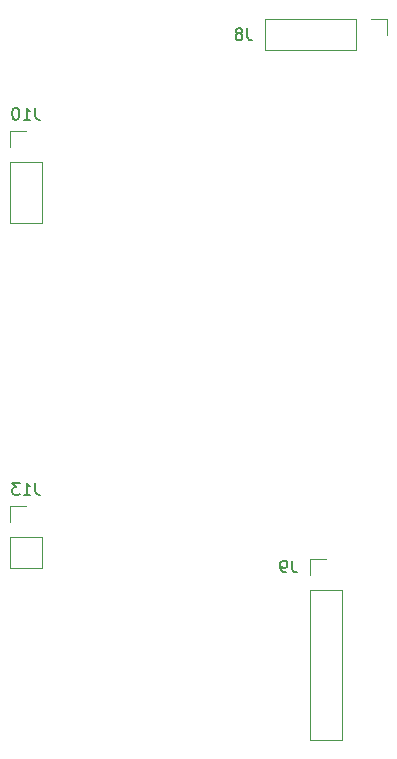
<source format=gbo>
G04 #@! TF.GenerationSoftware,KiCad,Pcbnew,(6.0.0)*
G04 #@! TF.CreationDate,2022-08-09T16:31:54+02:00*
G04 #@! TF.ProjectId,FG-VCO-(interface),46472d56-434f-42d2-9869-6e7465726661,rev?*
G04 #@! TF.SameCoordinates,Original*
G04 #@! TF.FileFunction,Legend,Bot*
G04 #@! TF.FilePolarity,Positive*
%FSLAX46Y46*%
G04 Gerber Fmt 4.6, Leading zero omitted, Abs format (unit mm)*
G04 Created by KiCad (PCBNEW (6.0.0)) date 2022-08-09 16:31:54*
%MOMM*%
%LPD*%
G01*
G04 APERTURE LIST*
%ADD10C,0.150000*%
%ADD11C,0.120000*%
%ADD12C,1.600000*%
%ADD13O,1.600000X1.600000*%
%ADD14C,3.000000*%
%ADD15O,1.500000X3.000000*%
%ADD16R,1.800000X1.800000*%
%ADD17C,1.800000*%
%ADD18C,3.200000*%
%ADD19C,1.524000*%
%ADD20O,3.000000X1.500000*%
%ADD21R,1.700000X1.700000*%
%ADD22O,1.700000X1.700000*%
G04 APERTURE END LIST*
D10*
X2079523Y-39227380D02*
X2079523Y-39941666D01*
X2127142Y-40084523D01*
X2222380Y-40179761D01*
X2365238Y-40227380D01*
X2460476Y-40227380D01*
X1079523Y-40227380D02*
X1650952Y-40227380D01*
X1365238Y-40227380D02*
X1365238Y-39227380D01*
X1460476Y-39370238D01*
X1555714Y-39465476D01*
X1650952Y-39513095D01*
X746190Y-39227380D02*
X127142Y-39227380D01*
X460476Y-39608333D01*
X317619Y-39608333D01*
X222380Y-39655952D01*
X174761Y-39703571D01*
X127142Y-39798809D01*
X127142Y-40036904D01*
X174761Y-40132142D01*
X222380Y-40179761D01*
X317619Y-40227380D01*
X603333Y-40227380D01*
X698571Y-40179761D01*
X746190Y-40132142D01*
X20028333Y-747380D02*
X20028333Y-1461666D01*
X20075952Y-1604523D01*
X20171190Y-1699761D01*
X20314047Y-1747380D01*
X20409285Y-1747380D01*
X19409285Y-1175952D02*
X19504523Y-1128333D01*
X19552142Y-1080714D01*
X19599761Y-985476D01*
X19599761Y-937857D01*
X19552142Y-842619D01*
X19504523Y-795000D01*
X19409285Y-747380D01*
X19218809Y-747380D01*
X19123571Y-795000D01*
X19075952Y-842619D01*
X19028333Y-937857D01*
X19028333Y-985476D01*
X19075952Y-1080714D01*
X19123571Y-1128333D01*
X19218809Y-1175952D01*
X19409285Y-1175952D01*
X19504523Y-1223571D01*
X19552142Y-1271190D01*
X19599761Y-1366428D01*
X19599761Y-1556904D01*
X19552142Y-1652142D01*
X19504523Y-1699761D01*
X19409285Y-1747380D01*
X19218809Y-1747380D01*
X19123571Y-1699761D01*
X19075952Y-1652142D01*
X19028333Y-1556904D01*
X19028333Y-1366428D01*
X19075952Y-1271190D01*
X19123571Y-1223571D01*
X19218809Y-1175952D01*
X23828333Y-45807380D02*
X23828333Y-46521666D01*
X23875952Y-46664523D01*
X23971190Y-46759761D01*
X24114047Y-46807380D01*
X24209285Y-46807380D01*
X23304523Y-46807380D02*
X23114047Y-46807380D01*
X23018809Y-46759761D01*
X22971190Y-46712142D01*
X22875952Y-46569285D01*
X22828333Y-46378809D01*
X22828333Y-45997857D01*
X22875952Y-45902619D01*
X22923571Y-45855000D01*
X23018809Y-45807380D01*
X23209285Y-45807380D01*
X23304523Y-45855000D01*
X23352142Y-45902619D01*
X23399761Y-45997857D01*
X23399761Y-46235952D01*
X23352142Y-46331190D01*
X23304523Y-46378809D01*
X23209285Y-46426428D01*
X23018809Y-46426428D01*
X22923571Y-46378809D01*
X22875952Y-46331190D01*
X22828333Y-46235952D01*
X2079523Y-7477380D02*
X2079523Y-8191666D01*
X2127142Y-8334523D01*
X2222380Y-8429761D01*
X2365238Y-8477380D01*
X2460476Y-8477380D01*
X1079523Y-8477380D02*
X1650952Y-8477380D01*
X1365238Y-8477380D02*
X1365238Y-7477380D01*
X1460476Y-7620238D01*
X1555714Y-7715476D01*
X1650952Y-7763095D01*
X460476Y-7477380D02*
X365238Y-7477380D01*
X270000Y-7525000D01*
X222380Y-7572619D01*
X174761Y-7667857D01*
X127142Y-7858333D01*
X127142Y-8096428D01*
X174761Y-8286904D01*
X222380Y-8382142D01*
X270000Y-8429761D01*
X365238Y-8477380D01*
X460476Y-8477380D01*
X555714Y-8429761D01*
X603333Y-8382142D01*
X650952Y-8286904D01*
X698571Y-8096428D01*
X698571Y-7858333D01*
X650952Y-7667857D01*
X603333Y-7572619D01*
X555714Y-7525000D01*
X460476Y-7477380D01*
D11*
X-60000Y-41215000D02*
X-60000Y-42545000D01*
X2600000Y-43815000D02*
X-60000Y-43815000D01*
X-60000Y-43815000D02*
X-60000Y-46415000D01*
X2600000Y-43815000D02*
X2600000Y-46415000D01*
X1270000Y-41215000D02*
X-60000Y-41215000D01*
X2600000Y-46415000D02*
X-60000Y-46415000D01*
X29210000Y60000D02*
X21530000Y60000D01*
X29210000Y-2600000D02*
X21530000Y-2600000D01*
X31810000Y-1270000D02*
X31810000Y60000D01*
X31810000Y60000D02*
X30480000Y60000D01*
X21530000Y-2600000D02*
X21530000Y60000D01*
X29210000Y-2600000D02*
X29210000Y60000D01*
X26670000Y-45660000D02*
X25340000Y-45660000D01*
X28000000Y-48260000D02*
X28000000Y-61020000D01*
X28000000Y-48260000D02*
X25340000Y-48260000D01*
X25340000Y-45660000D02*
X25340000Y-46990000D01*
X28000000Y-61020000D02*
X25340000Y-61020000D01*
X25340000Y-48260000D02*
X25340000Y-61020000D01*
X-60000Y-12065000D02*
X-60000Y-17205000D01*
X2600000Y-17205000D02*
X-60000Y-17205000D01*
X2600000Y-12065000D02*
X-60000Y-12065000D01*
X1270000Y-9465000D02*
X-60000Y-9465000D01*
X-60000Y-9465000D02*
X-60000Y-10795000D01*
X2600000Y-12065000D02*
X2600000Y-17205000D01*
%LPC*%
D12*
X20320000Y-31115000D03*
D13*
X10160000Y-31115000D03*
D12*
X20320000Y-24765000D03*
D13*
X10160000Y-24765000D03*
D14*
X47625000Y-59055000D03*
D15*
X42475000Y-59055000D03*
X50725000Y-59055000D03*
D14*
X5715000Y-69850000D03*
D15*
X10865000Y-69850000D03*
X2615000Y-69850000D03*
D16*
X24765000Y-87000000D03*
D17*
X24765000Y-84460000D03*
D14*
X47625000Y-80645000D03*
D15*
X42475000Y-80645000D03*
X50725000Y-80645000D03*
D12*
X29845000Y-15875000D03*
D13*
X40005000Y-15875000D03*
D12*
X29845000Y-102235000D03*
D13*
X40005000Y-102235000D03*
D12*
X20320000Y-90170000D03*
D13*
X10160000Y-90170000D03*
D14*
X5715000Y-102235000D03*
D15*
X10865000Y-102235000D03*
X2615000Y-102235000D03*
D12*
X10160000Y-6350000D03*
D13*
X20320000Y-6350000D03*
D12*
X10160000Y-27940000D03*
D13*
X20320000Y-27940000D03*
D18*
X3810000Y-3810000D03*
D19*
X31200000Y-30480000D03*
X31200000Y-27940000D03*
X31200000Y-25400000D03*
D20*
X38100000Y-23040000D03*
X38100000Y-32840000D03*
D19*
X31200000Y-52070000D03*
X31200000Y-49530000D03*
X31200000Y-46990000D03*
D20*
X38100000Y-44630000D03*
X38100000Y-54430000D03*
D21*
X52070000Y-8890000D03*
D19*
X17780000Y-85725000D03*
X15240000Y-85725000D03*
X12700000Y-85725000D03*
D14*
X47625000Y-37465000D03*
D15*
X42475000Y-37465000D03*
X50725000Y-37465000D03*
D14*
X47625000Y-15875000D03*
D15*
X42475000Y-15875000D03*
X50725000Y-15875000D03*
D12*
X29845000Y-37465000D03*
D13*
X40005000Y-37465000D03*
D19*
X8340000Y-19685000D03*
X8340000Y-17145000D03*
X8340000Y-14605000D03*
D20*
X15240000Y-22045000D03*
X15240000Y-12245000D03*
D19*
X31200000Y-95250000D03*
X31200000Y-92710000D03*
X31200000Y-90170000D03*
D20*
X38100000Y-87810000D03*
X38100000Y-97610000D03*
D12*
X29845000Y-59055000D03*
D13*
X40005000Y-59055000D03*
D16*
X5715000Y-84450000D03*
D17*
X5715000Y-86990000D03*
D19*
X8340000Y-62865000D03*
X8340000Y-60325000D03*
X8340000Y-57785000D03*
D20*
X15240000Y-65225000D03*
X15240000Y-55425000D03*
D12*
X10160000Y-81280000D03*
D13*
X20320000Y-81280000D03*
D14*
X47625000Y-102235000D03*
D15*
X42475000Y-102235000D03*
X50725000Y-102235000D03*
D16*
X13965000Y-2540000D03*
D17*
X16505000Y-2540000D03*
D21*
X1270000Y-86042500D03*
D18*
X26670000Y-102870000D03*
D19*
X31200000Y-8890000D03*
X31200000Y-6350000D03*
X31200000Y-3810000D03*
D20*
X38100000Y-11250000D03*
X38100000Y-1450000D03*
D12*
X29845000Y-80645000D03*
D13*
X40005000Y-80645000D03*
D19*
X8340000Y-41275000D03*
X8340000Y-38735000D03*
X8340000Y-36195000D03*
D20*
X15240000Y-43635000D03*
X15240000Y-33835000D03*
D18*
X49530000Y-3810000D03*
D16*
X6985000Y-27940000D03*
D17*
X4445000Y-27940000D03*
D19*
X31200000Y-73660000D03*
X31200000Y-71120000D03*
X31200000Y-68580000D03*
D20*
X38100000Y-76020000D03*
X38100000Y-66220000D03*
D21*
X1270000Y-42545000D03*
D22*
X1270000Y-45085000D03*
D21*
X30480000Y-1270000D03*
D22*
X27940000Y-1270000D03*
X25400000Y-1270000D03*
X22860000Y-1270000D03*
D21*
X26670000Y-46990000D03*
D22*
X26670000Y-49530000D03*
X26670000Y-52070000D03*
X26670000Y-54610000D03*
X26670000Y-57150000D03*
X26670000Y-59690000D03*
D21*
X1270000Y-10795000D03*
D22*
X1270000Y-13335000D03*
X1270000Y-15875000D03*
M02*

</source>
